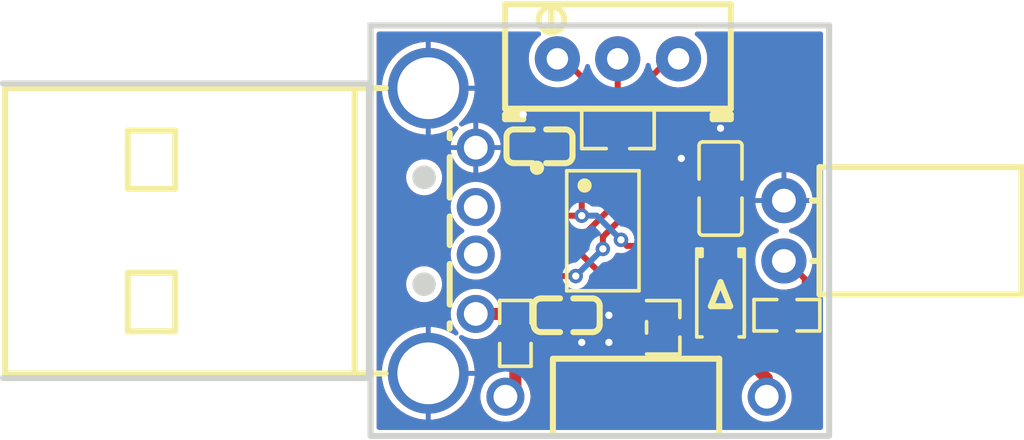
<source format=kicad_pcb>
(kicad_pcb (version 20241229) (generator "pcbnew") (generator_version "9.0")
  (layers (0 "F.Cu" signal "Top Layer") (2 "B.Cu" signal "Bottom Layer") (13 "F.Paste" user "Top Paste Mask Layer") (15 "B.Paste" user "Bottom Paste Mask Layer") (5 "F.SilkS" user "Top Silkscreen Layer") (7 "B.SilkS" user "Bottom Silkscreen Layer") (1 "F.Mask" user "Top Solder Mask Layer") (3 "B.Mask" user "Bottom Solder Mask Layer") (25 "Edge.Cuts" user "Multi-Layer"))
  (net 0 "")
  (net 1 "TRIG")
  (net 2 "GND")
  (net 3 "$1N1148")
  (net 4 "OUT")
  (net 5 "$1N996")
  (net 6 "+5V")
  (net 7 "$1N1405")
  (net 8 "$1N1862")
  (net 9 "$1N1856")
  (net 10 "$1N2753")
  (footprint "ProPrj_Neon_2025-07-07:C0805" (layer "F.Cu") (at 164.318 108.222 90)
    (property "Reference" "C2" (hide yes))
    (property "Value" "")
    (fp_line (start 1.811 -0.9035) (end 0.401 -0.9035) (stroke (width 0.1525)) (layer "F.SilkS"))
    (fp_line (start -1.811 -0.9035) (end -0.401 -0.9035) (stroke (width 0.1525)) (layer "F.SilkS"))
    (fp_line (start 1.9635 0.751) (end 1.9635 -0.751) (stroke (width 0.1525)) (layer "F.SilkS"))
    (fp_line (start -1.9635 0.751) (end -1.9635 -0.751) (stroke (width 0.1525)) (layer "F.SilkS"))
    (fp_line (start 0.401 0.9035) (end 1.811 0.9035) (stroke (width 0.1525)) (layer "F.SilkS"))
    (fp_line (start -0.401 0.9035) (end -1.811 0.9035) (stroke (width 0.1525)) (layer "F.SilkS"))
    (fp_arc (start 1.811 -0.9035) (mid 1.918834 -0.858834) (end 1.9635 -0.751) (stroke (width 0.1525)) (layer "F.SilkS"))
    (fp_arc (start -1.9635 -0.751) (mid -1.918834 -0.858834) (end -1.811 -0.9035) (stroke (width 0.1525)) (layer "F.SilkS"))
    (fp_arc (start 1.9635 0.751) (mid 1.918834 0.858834) (end 1.811 0.9035) (stroke (width 0.1525)) (layer "F.SilkS"))
    (fp_arc (start -1.811 0.9035) (mid -1.918834 0.858834) (end -1.9635 0.751) (stroke (width 0.1525)) (layer "F.SilkS"))
    (pad "1" smd rect (at -1 0 90) (size 1.41 1.35) (layers "F.Cu" "F.Mask" "F.Paste") (net 3 "$1N1148"))
    (pad "2" smd rect (at 1 0 90) (size 1.41 1.35) (layers "F.Cu" "F.Mask" "F.Paste") (net 2 "GND"))
  )
  (footprint "ProPrj_Neon_2025-07-07:R0603" (layer "F.Cu") (at 155.682 114.318 90)
    (property "Reference" "R5" (hide yes))
    (property "Value" "")
    (fp_line (start 1.385 -0.6605) (end 0.426 -0.6605) (stroke (width 0.1525)) (layer "F.SilkS"))
    (fp_line (start -1.385 -0.6605) (end -0.426 -0.6605) (stroke (width 0.1525)) (layer "F.SilkS"))
    (fp_line (start 1.385 0.6605) (end 1.385 -0.6605) (stroke (width 0.1525)) (layer "F.SilkS"))
    (fp_line (start 0.426 0.6605) (end 1.385 0.6605) (stroke (width 0.1525)) (layer "F.SilkS"))
    (fp_line (start -0.426 0.6605) (end -1.385 0.6605) (stroke (width 0.1525)) (layer "F.SilkS"))
    (fp_line (start -1.385 0.6605) (end -1.385 -0.6605) (stroke (width 0.1525)) (layer "F.SilkS"))
    (pad "1" smd rect (at -0.7535 0 90) (size 0.8065 0.864) (layers "F.Cu" "F.Mask" "F.Paste") (net 10 "$1N2753"))
    (pad "2" smd rect (at 0.7535 0 90) (size 0.8065 0.864) (layers "F.Cu" "F.Mask" "F.Paste") (net 6 "+5V"))
  )
  (footprint "ProPrj_Neon_2025-07-07:SOT-323-3_L2.0-W1.3-P1.30-LS2.3-BR" (layer "F.Cu") (at 161.905 114.064 180)
    (property "Reference" "Q1" (hide yes))
    (property "Value" "")
    (fp_line (start 0.701 1.126) (end -0.701 1.126) (stroke (width 0.1525)) (layer "F.SilkS"))
    (fp_line (start 0.701 -0.2395) (end 0.701 0.2395) (stroke (width 0.1525)) (layer "F.SilkS"))
    (fp_line (start 0.701 -1.126) (end -0.701 -1.126) (stroke (width 0.1525)) (layer "F.SilkS"))
    (fp_line (start -0.701 1.126) (end -0.701 0.4105) (stroke (width 0.1525)) (layer "F.SilkS"))
    (fp_line (start -0.701 -1.126) (end -0.701 -0.4105) (stroke (width 0.1525)) (layer "F.SilkS"))
    (pad "1" smd rect (at 0.898 0.65 180) (size 0.936 0.5) (layers "F.Cu" "F.Mask" "F.Paste") (net 4 "OUT"))
    (pad "2" smd rect (at 0.898 -0.65 180) (size 0.936 0.5) (layers "F.Cu" "F.Mask" "F.Paste") (net 2 "GND"))
    (pad "3" smd rect (at -0.898 0 180) (size 0.936 0.5) (layers "F.Cu" "F.Mask" "F.Paste") (net 5 "$1N996"))
  )
  (footprint "ProPrj_Neon_2025-07-07:RES-ADJ-TH_3P-L9.5-W4.9-P2.50-L_3296W" (layer "F.Cu") (at 160 102.761)
    (property "Reference" "R4" (hide yes))
    (property "Value" "")
    (fp_line (start -4.75 -2.3) (end 4.75 -2.3) (stroke (width 0.254)) (layer "F.SilkS"))
    (fp_line (start -4.75 2.1) (end -4.75 -2.3) (stroke (width 0.254)) (layer "F.SilkS"))
    (fp_line (start -4.75 2.34) (end -3.988 2.34) (stroke (width 0.254)) (layer "F.SilkS"))
    (fp_line (start -4.75 2.54) (end -4.75 2.34) (stroke (width 0.254)) (layer "F.SilkS"))
    (fp_line (start -3.988 2.34) (end -3.988 2.54) (stroke (width 0.254)) (layer "F.SilkS"))
    (fp_line (start -3.988 2.54) (end -4.75 2.54) (stroke (width 0.254)) (layer "F.SilkS"))
    (fp_line (start -2.804 -2.032) (end -2.804 -1.651) (stroke (width 0.254)) (layer "F.SilkS"))
    (fp_line (start -2.804 -1.651) (end -2.804 -2.032) (stroke (width 0.254)) (layer "F.SilkS"))
    (fp_line (start -2.804 -1.27) (end -2.804 -1.651) (stroke (width 0.254)) (layer "F.SilkS"))
    (fp_line (start 3.988 2.34) (end 4.75 2.34) (stroke (width 0.254)) (layer "F.SilkS"))
    (fp_line (start 3.988 2.54) (end 3.988 2.34) (stroke (width 0.254)) (layer "F.SilkS"))
    (fp_line (start 4.75 -2.3) (end 4.75 2.1) (stroke (width 0.254)) (layer "F.SilkS"))
    (fp_line (start 4.75 2.1) (end -4.75 2.1) (stroke (width 0.254)) (layer "F.SilkS"))
    (fp_line (start 4.75 2.34) (end 4.75 2.54) (stroke (width 0.254)) (layer "F.SilkS"))
    (fp_line (start 4.75 2.54) (end 3.988 2.54) (stroke (width 0.254)) (layer "F.SilkS"))
    (fp_arc (start -2.794 -2.1895) (mid -2.799 -1.111477) (end -2.804 -2.1895) (stroke (width 0.254)) (layer "F.SilkS"))
    (pad "1" thru_hole circle (at -2.55 0) (size 1.9 1.9) (drill 0.9) (layers "*.Cu" "*.Mask") (net 9 "$1N1856"))
    (pad "2" thru_hole circle (at -0.01 0) (size 1.9 1.9) (drill 0.9) (layers "*.Cu" "*.Mask") (net 1 "TRIG"))
    (pad "3" thru_hole circle (at 2.55 0) (size 1.9 1.9) (drill 0.9) (layers "*.Cu" "*.Mask") (net 8 "$1N1862"))
  )
  (footprint "ProPrj_Neon_2025-07-07:R0603" (layer "F.Cu") (at 167.112 113.556)
    (property "Reference" "R3" (hide yes))
    (property "Value" "")
    (fp_line (start -1.385 -0.6605) (end -0.426 -0.6605) (stroke (width 0.1525)) (layer "F.SilkS"))
    (fp_line (start -1.385 0.6605) (end -1.385 -0.6605) (stroke (width 0.1525)) (layer "F.SilkS"))
    (fp_line (start -0.426 0.6605) (end -1.385 0.6605) (stroke (width 0.1525)) (layer "F.SilkS"))
    (fp_line (start 0.426 0.6605) (end 1.385 0.6605) (stroke (width 0.1525)) (layer "F.SilkS"))
    (fp_line (start 1.385 -0.6605) (end 0.426 -0.6605) (stroke (width 0.1525)) (layer "F.SilkS"))
    (fp_line (start 1.385 0.6605) (end 1.385 -0.6605) (stroke (width 0.1525)) (layer "F.SilkS"))
    (pad "1" smd rect (at -0.7535 0) (size 0.8065 0.864) (layers "F.Cu" "F.Mask" "F.Paste") (net 3 "$1N1148"))
    (pad "2" smd rect (at 0.7535 0) (size 0.8065 0.864) (layers "F.Cu" "F.Mask" "F.Paste") (net 7 "$1N1405"))
  )
  (footprint "ProPrj_Neon_2025-07-07:HDR-TH_2P-P2.54-H-F-W10.0-N" (layer "F.Cu") (at 166.985 110 90)
    (property "Reference" "U3" (hide yes))
    (property "Value" "")
    (fp_line (start 1.27 1.181) (end 1.27 1.5) (stroke (width 0.254)) (layer "F.SilkS"))
    (fp_line (start 1.27 1.181) (end 1.27 1.5) (stroke (width 0.254)) (layer "F.SilkS"))
    (fp_line (start 2.68 1.5) (end 2.68 10) (stroke (width 0.254)) (layer "F.SilkS"))
    (fp_line (start -1.27 1.5) (end -1.27 1.181) (stroke (width 0.254)) (layer "F.SilkS"))
    (fp_line (start -2.68 1.5) (end 2.68 1.5) (stroke (width 0.254)) (layer "F.SilkS"))
    (fp_line (start -2.68 1.5) (end -2.68 10) (stroke (width 0.254)) (layer "F.SilkS"))
    (fp_line (start -2.68 10) (end 2.68 10) (stroke (width 0.254)) (layer "F.SilkS"))
    (pad "1" thru_hole circle (at -1.27 0 90) (size 1.9 1.9) (drill 1) (layers "*.Cu" "*.Mask") (net 7 "$1N1405"))
    (pad "2" thru_hole circle (at 1.27 0 90) (size 1.9 1.9) (drill 1) (layers "*.Cu" "*.Mask") (net 2 "GND"))
  )
  (footprint "ProPrj_Neon_2025-07-07:SOIC-8_L4.9-W3.9-P1.27-LS6.0-BL" (layer "F.Cu") (at 159.365 110 -90)
    (property "Reference" "U2" (hide yes))
    (property "Value" "")
    (fp_line (start -2.526 1.5215) (end -2.526 -1.5215) (stroke (width 0.1525)) (layer "F.SilkS"))
    (fp_line (start 2.526 1.5215) (end -2.526 1.5215) (stroke (width 0.1525)) (layer "F.SilkS"))
    (fp_line (start -2.526 -1.5215) (end 2.526 -1.5215) (stroke (width 0.1525)) (layer "F.SilkS"))
    (fp_line (start 2.526 -1.5215) (end 2.526 1.5215) (stroke (width 0.1525)) (layer "F.SilkS"))
    (fp_circle (center -2.6515 2.7725) (end -2.5015 2.7725) (stroke (width 0.3)) (fill no) (layer "F.SilkS"))
    (fp_circle (center -1.905 0.769) (end -1.755 0.769) (stroke (width 0.3)) (fill no) (layer "F.SilkS"))
    (pad "1" smd oval (at -1.905 2.7725 270) (size 0.588 2.045) (layers "F.Cu" "F.Mask" "F.Paste") (net 2 "GND"))
    (pad "2" smd oval (at -0.635 2.7725 270) (size 0.588 2.045) (layers "F.Cu" "F.Mask" "F.Paste") (net 1 "TRIG"))
    (pad "3" smd oval (at 0.635 2.7725 270) (size 0.588 2.045) (layers "F.Cu" "F.Mask" "F.Paste") (net 4 "OUT"))
    (pad "4" smd oval (at 1.905 2.7725 270) (size 0.588 2.045) (layers "F.Cu" "F.Mask" "F.Paste") (net 6 "+5V"))
    (pad "5" smd oval (at 1.905 -2.7725 270) (size 0.588 2.045) (layers "F.Cu" "F.Mask" "F.Paste"))
    (pad "6" smd oval (at 0.635 -2.7725 270) (size 0.588 2.045) (layers "F.Cu" "F.Mask" "F.Paste") (net 1 "TRIG"))
    (pad "7" smd oval (at -0.635 -2.7725 270) (size 0.588 2.045) (layers "F.Cu" "F.Mask" "F.Paste"))
    (pad "8" smd oval (at -1.905 -2.7725 270) (size 0.588 2.045) (layers "F.Cu" "F.Mask" "F.Paste") (net 6 "+5V"))
  )
  (footprint "ProPrj_Neon_2025-07-07:IND-TH_BD3.2-L7.0-P11.00-D0.5" (layer "F.Cu") (at 160.762 116.985)
    (property "Reference" "U5" (hide yes))
    (property "Value" "")
    (fp_line (start -3.5 -1.6) (end 3.5 -1.6) (stroke (width 0.254)) (layer "F.SilkS"))
    (fp_line (start -3.5 1.651) (end -3.5 -1.549) (stroke (width 0.254)) (layer "F.SilkS"))
    (fp_line (start 3.5 -1.6) (end 3.5 1.6) (stroke (width 0.254)) (layer "F.SilkS"))
    (fp_line (start 3.5 1.651) (end -3.5 1.651) (stroke (width 0.254)) (layer "F.SilkS"))
    (pad "1" thru_hole circle (at -5.5 0) (size 1.6 1.6) (drill 1) (layers "*.Cu" "*.Mask") (net 10 "$1N2753"))
    (pad "2" thru_hole circle (at 5.5 0) (size 1.6 1.6) (drill 1) (layers "*.Cu" "*.Mask") (net 5 "$1N996"))
  )
  (footprint "ProPrj_Neon_2025-07-07:USB-AM-TH_AM90" (layer "F.Cu") (at 153.015 110 -90)
    (property "Reference" "USB1" (hide yes))
    (property "Value" "")
    (fp_line (start -6.0075 18.8125) (end -6.0075 2.792) (stroke (width 0.254)) (layer "F.SilkS"))
    (fp_line (start 6.0065 18.8125) (end -6.0075 18.8125) (stroke (width 0.254)) (layer "F.SilkS"))
    (fp_line (start 6.0065 18.8125) (end 6.0065 2.7975) (stroke (width 0.254)) (layer "F.SilkS"))
    (fp_line (start -4.216 13.649) (end -4.216 11.649) (stroke (width 0.254)) (layer "F.SilkS"))
    (fp_line (start -1.769 13.649) (end -4.216 13.649) (stroke (width 0.254)) (layer "F.SilkS"))
    (fp_line (start -1.769 13.649) (end -1.769 11.649) (stroke (width 0.254)) (layer "F.SilkS"))
    (fp_line (start 1.7675 13.649) (end 4.23 13.649) (stroke (width 0.254)) (layer "F.SilkS"))
    (fp_line (start 1.7675 13.649) (end 1.7675 11.649) (stroke (width 0.254)) (layer "F.SilkS"))
    (fp_line (start 4.23 13.649) (end 4.23 11.649) (stroke (width 0.254)) (layer "F.SilkS"))
    (fp_line (start -4.216 11.649) (end -1.769 11.649) (stroke (width 0.254)) (layer "F.SilkS"))
    (fp_line (start 4.23 11.649) (end 1.7675 11.649) (stroke (width 0.254)) (layer "F.SilkS"))
    (fp_line (start -6.0075 4.0975) (end 6.0065 4.0975) (stroke (width 0.254)) (layer "F.SilkS"))
    (fp_line (start -4.117 0.098) (end -3.8985 0.098) (stroke (width 0.254)) (layer "F.SilkS"))
    (fp_line (start -3.1015 0.098) (end -1.3985 0.098) (stroke (width 0.254)) (layer "F.SilkS"))
    (fp_line (start -0.6015 0.098) (end 0.6015 0.098) (stroke (width 0.254)) (layer "F.SilkS"))
    (fp_line (start 1.3985 0.098) (end 3.102 0.098) (stroke (width 0.254)) (layer "F.SilkS"))
    (fp_line (start 3.8975 0.098) (end 4.1165 0.098) (stroke (width 0.254)) (layer "F.SilkS"))
    (fp_line (start 6.2 18.9) (end 6.2 3.5) (stroke (width 0.254)) (layer "Edge.Cuts"))
    (fp_line (start -6.2 3.5) (end -6.2 18.9) (stroke (width 0.254)) (layer "Edge.Cuts"))
    (fp_line (start 6.2 3.5) (end -6.2 3.5) (stroke (width 0.254)) (layer "Edge.Cuts"))
    (fp_poly (pts (xy -1.754278 1.109737) (xy -1.78806 0.983658) (xy -1.853323 0.870619) (xy -1.945619 0.778323) (xy -2.058658 0.71306) (xy -2.184737 0.679278) (xy -2.315263 0.679278) (xy -2.441342 0.71306) (xy -2.554381 0.778323) (xy -2.646677 0.870619) (xy -2.71194 0.983658) (xy -2.745722 1.109737) (xy -2.745722 1.240263) (xy -2.71194 1.366342) (xy -2.646677 1.479381) (xy -2.554381 1.571677) (xy -2.441342 1.63694) (xy -2.315263 1.670722) (xy -2.184737 1.670722) (xy -2.058658 1.63694) (xy -1.945619 1.571677) (xy -1.853323 1.479381) (xy -1.78806 1.366342) (xy -1.754278 1.240263)) (fill yes) (layer "Edge.Cuts"))
    (fp_poly (pts (xy 2.745722 1.109737) (xy 2.71194 0.983658) (xy 2.646677 0.870619) (xy 2.554381 0.778323) (xy 2.441342 0.71306) (xy 2.315263 0.679278) (xy 2.184737 0.679278) (xy 2.058658 0.71306) (xy 1.945619 0.778323) (xy 1.853323 0.870619) (xy 1.78806 0.983658) (xy 1.754278 1.109737) (xy 1.754278 1.240263) (xy 1.78806 1.366342) (xy 1.853323 1.479381) (xy 1.945619 1.571677) (xy 2.058658 1.63694) (xy 2.184737 1.670722) (xy 2.315263 1.670722) (xy 2.441342 1.63694) (xy 2.554381 1.571677) (xy 2.646677 1.479381) (xy 2.71194 1.366342) (xy 2.745722 1.240263)) (fill yes) (layer "Edge.Cuts"))
    (pad "1" thru_hole circle (at 3.5 -1 180) (size 1.6 1.6) (drill 1) (layers "*.Cu" "*.Mask") (net 6 "+5V"))
    (pad "2" thru_hole circle (at 1 -1 180) (size 1.6 1.6) (drill 1) (layers "*.Cu" "*.Mask"))
    (pad "3" thru_hole circle (at -1 -1 180) (size 1.6 1.6) (drill 1) (layers "*.Cu" "*.Mask"))
    (pad "4" thru_hole circle (at -3.5 -1 180) (size 1.6 1.6) (drill 1) (layers "*.Cu" "*.Mask") (net 2 "GND"))
    (pad "MH1" thru_hole circle (at 6 1 180) (size 3.4 3.4) (drill 2.6) (layers "*.Cu" "*.Mask") (net 2 "GND"))
    (pad "MH2" thru_hole circle (at -6 1 180) (size 3.4 3.4) (drill 2.6) (layers "*.Cu" "*.Mask") (net 2 "GND"))
  )
  (footprint "ProPrj_Neon_2025-07-07:SOT-23-3_L3.0-W1.7-P0.95-LS2.9-BR" (layer "F.Cu") (at 160 105.682 90)
    (property "Reference" "U4" (hide yes))
    (property "Value" "")
    (fp_line (start 0.8585 -1.526) (end -0.8585 -1.526) (stroke (width 0.1525)) (layer "F.SilkS"))
    (fp_line (start -0.8585 -1.526) (end -0.8585 -0.4945) (stroke (width 0.1525)) (layer "F.SilkS"))
    (fp_line (start 0.8585 -0.4555) (end 0.8585 0.4555) (stroke (width 0.1525)) (layer "F.SilkS"))
    (fp_line (start 0.8585 1.526) (end -0.8585 1.526) (stroke (width 0.1525)) (layer "F.SilkS"))
    (fp_line (start -0.8585 1.526) (end -0.8585 0.4945) (stroke (width 0.1525)) (layer "F.SilkS"))
    (pad "1" smd rect (at 1.1015 0.95 90) (size 1.0375 0.532) (layers "F.Cu" "F.Mask" "F.Paste") (net 8 "$1N1862"))
    (pad "2" smd rect (at 1.1015 -0.95 90) (size 1.0375 0.532) (layers "F.Cu" "F.Mask" "F.Paste") (net 9 "$1N1856"))
    (pad "3" smd rect (at -1.1015 0 90) (size 1.0375 0.532) (layers "F.Cu" "F.Mask" "F.Paste") (net 4 "OUT"))
  )
  (footprint "ProPrj_Neon_2025-07-07:C0603" (layer "F.Cu") (at 157.841 113.556)
    (property "Reference" "C3" (hide yes))
    (property "Value" "")
    (fp_line (start -1.39 0.3995) (end -1.39 -0.4005) (stroke (width 0.254)) (layer "F.SilkS"))
    (fp_line (start -0.28 -0.71) (end -1.08 -0.71) (stroke (width 0.254)) (layer "F.SilkS"))
    (fp_line (start -0.28 0.7095) (end -1.08 0.7095) (stroke (width 0.254)) (layer "F.SilkS"))
    (fp_line (start 0.2805 -0.7095) (end 1.08 -0.7095) (stroke (width 0.254)) (layer "F.SilkS"))
    (fp_line (start 0.2805 0.71) (end 1.08 0.71) (stroke (width 0.254)) (layer "F.SilkS"))
    (fp_line (start 1.39 -0.4) (end 1.39 0.4005) (stroke (width 0.254)) (layer "F.SilkS"))
    (fp_arc (start -1.39 -0.4) (mid -1.29938 -0.619527) (end -1.08 -0.71) (stroke (width 0.254)) (layer "F.SilkS"))
    (fp_arc (start -1.08 0.7095) (mid -1.299203 0.618703) (end -1.39 0.3995) (stroke (width 0.254)) (layer "F.SilkS"))
    (fp_arc (start 1.08 -0.7095) (mid 1.29885 -0.61885) (end 1.39 -0.4) (stroke (width 0.254)) (layer "F.SilkS"))
    (fp_arc (start 1.39 0.4) (mid 1.299203 0.619203) (end 1.08 0.71) (stroke (width 0.254)) (layer "F.SilkS"))
    (pad "1" smd rect (at -0.7 0) (size 0.8 0.9) (layers "F.Cu" "F.Mask" "F.Paste") (net 6 "+5V"))
    (pad "2" smd rect (at 0.7 0) (size 0.8 0.9) (layers "F.Cu" "F.Mask" "F.Paste") (net 2 "GND"))
  )
  (footprint "ProPrj_Neon_2025-07-07:C0603" (layer "F.Cu") (at 156.698 106.444)
    (property "Reference" "C1" (hide yes))
    (property "Value" "")
    (fp_line (start -1.39 0.3995) (end -1.39 -0.4005) (stroke (width 0.254)) (layer "F.SilkS"))
    (fp_line (start -0.28 -0.71) (end -1.08 -0.71) (stroke (width 0.254)) (layer "F.SilkS"))
    (fp_line (start -0.28 0.7095) (end -1.08 0.7095) (stroke (width 0.254)) (layer "F.SilkS"))
    (fp_line (start 0.2805 -0.7095) (end 1.08 -0.7095) (stroke (width 0.254)) (layer "F.SilkS"))
    (fp_line (start 0.2805 0.71) (end 1.08 0.71) (stroke (width 0.254)) (layer "F.SilkS"))
    (fp_line (start 1.39 -0.4) (end 1.39 0.4005) (stroke (width 0.254)) (layer "F.SilkS"))
    (fp_arc (start -1.39 -0.4) (mid -1.29938 -0.619527) (end -1.08 -0.71) (stroke (width 0.254)) (layer "F.SilkS"))
    (fp_arc (start -1.08 0.7095) (mid -1.299203 0.618703) (end -1.39 0.3995) (stroke (width 0.254)) (layer "F.SilkS"))
    (fp_arc (start 1.08 -0.7095) (mid 1.29885 -0.61885) (end 1.39 -0.4) (stroke (width 0.254)) (layer "F.SilkS"))
    (fp_arc (start 1.39 0.4) (mid 1.299203 0.619203) (end 1.08 0.71) (stroke (width 0.254)) (layer "F.SilkS"))
    (pad "1" smd rect (at -0.7 0) (size 0.8 0.9) (layers "F.Cu" "F.Mask" "F.Paste") (net 2 "GND"))
    (pad "2" smd rect (at 0.7 0) (size 0.8 0.9) (layers "F.Cu" "F.Mask" "F.Paste") (net 1 "TRIG"))
  )
  (footprint "ProPrj_Neon_2025-07-07:SOD-123FL_L2.8-W1.8-LS3.7-RD" (layer "F.Cu") (at 164.318 112.667 -90)
    (property "Reference" "D2" (hide yes))
    (property "Value" "")
    (fp_line (start -1.9 1) (end 1.6 1) (stroke (width 0.152)) (layer "F.SilkS"))
    (fp_line (start -1.7915 1) (end -1.7915 0.78) (stroke (width 0.152)) (layer "F.SilkS"))
    (fp_line (start 1.6 1) (end 1.8 1) (stroke (width 0.152)) (layer "F.SilkS"))
    (fp_line (start 1.8 1) (end 1.8 0.78) (stroke (width 0.152)) (layer "F.SilkS"))
    (fp_line (start -1.9 0.78) (end -1.9 1) (stroke (width 0.152)) (layer "F.SilkS"))
    (fp_line (start -1.691 0.78) (end -1.691 1) (stroke (width 0.152)) (layer "F.SilkS"))
    (fp_line (start -1.591 0.78) (end -1.591 1) (stroke (width 0.152)) (layer "F.SilkS"))
    (fp_line (start -1.591 0.78) (end -1.9 0.78) (stroke (width 0.152)) (layer "F.SilkS"))
    (fp_line (start 0.508 0.4065) (end -0.508 0) (stroke (width 0.254)) (layer "F.SilkS"))
    (fp_line (start -0.508 0) (end 0.508 -0.4065) (stroke (width 0.254)) (layer "F.SilkS"))
    (fp_line (start 0.508 -0.4065) (end 0.508 0.4065) (stroke (width 0.254)) (layer "F.SilkS"))
    (fp_line (start -1.7915 -0.78) (end -1.7915 -1) (stroke (width 0.152)) (layer "F.SilkS"))
    (fp_line (start -1.591 -0.78) (end -1.9 -0.78) (stroke (width 0.152)) (layer "F.SilkS"))
    (fp_line (start 1.8 -0.78) (end 1.8 -1) (stroke (width 0.152)) (layer "F.SilkS"))
    (fp_line (start -1.9 -1) (end -1.9 -0.78) (stroke (width 0.152)) (layer "F.SilkS"))
    (fp_line (start -1.691 -1) (end -1.691 -0.78) (stroke (width 0.152)) (layer "F.SilkS"))
    (fp_line (start -1.591 -1) (end -1.591 -0.78) (stroke (width 0.152)) (layer "F.SilkS"))
    (fp_line (start 1.4 -1) (end -1.9 -1) (stroke (width 0.152)) (layer "F.SilkS"))
    (fp_line (start 1.8 -1) (end 1.2 -1) (stroke (width 0.152)) (layer "F.SilkS"))
    (pad "1" smd rect (at -1.6 0 270) (size 1.2 1.2) (layers "F.Cu" "F.Mask" "F.Paste") (net 3 "$1N1148"))
    (pad "2" smd rect (at 1.6 0 270) (size 1.2 1.2) (layers "F.Cu" "F.Mask" "F.Paste") (net 5 "$1N996"))
  )
  (gr_rect (start 149.586 101.3565) (end 168.89 118.636) (stroke (width 0.254)) (fill no) (layer "Edge.Cuts"))
  (segment (start 158.491 106.444) (end 157.398 106.444) (width 0.254) (layer "F.Cu") (net 1))
  (segment (start 158.476 109.365) (end 156.5925 109.365) (width 0.254) (layer "F.Cu") (net 1))
  (segment (start 159.99 105.184) (end 158.73 106.444) (width 0.254) (layer "F.Cu") (net 1))
  (segment (start 158.73 106.444) (end 158.491 106.444) (width 0.254) (layer "F.Cu") (net 1))
  (segment (start 158.476 109.365) (end 158.476 106.459) (width 0.254) (layer "F.Cu") (net 1))
  (segment (start 162.1375 110.635) (end 160.381 110.635) (width 0.254) (layer "F.Cu") (net 1))
  (segment (start 160.381 110.635) (end 160.127 110.381) (width 0.254) (layer "F.Cu") (net 1))
  (segment (start 158.476 106.459) (end 158.491 106.444) (width 0.254) (layer "F.Cu") (net 1))
  (segment (start 159.99 103.142) (end 159.99 105.184) (width 0.254) (layer "F.Cu") (net 1))
  (via (at 160.127 110.381) (size 0.61) (drill 0.305) (layers "F.Cu" "B.Cu") (net 1))
  (via (at 158.476 109.365) (size 0.61) (drill 0.305) (layers "F.Cu" "B.Cu") (net 1))
  (segment (start 160.127 110.381) (end 159.111 109.365) (width 0.254) (layer "B.Cu") (net 1))
  (segment (start 159.111 109.365) (end 158.476 109.365) (width 0.254) (layer "B.Cu") (net 1))
  (via (at 164.318 105.682) (size 0.61) (drill 0.305) (layers "F.Cu" "B.Cu") (net 2))
  (via (at 156.012 105.101) (size 0.61) (drill 0.305) (layers "F.Cu" "B.Cu") (net 2))
  (via (at 158.476 114.699) (size 0.61) (drill 0.305) (layers "F.Cu" "B.Cu") (net 2))
  (via (at 162.667 106.952) (size 0.61) (drill 0.305) (layers "F.Cu" "B.Cu") (net 2))
  (via (at 159.619 114.699) (size 0.61) (drill 0.305) (layers "F.Cu" "B.Cu") (net 2))
  (via (at 159.619 113.556) (size 0.61) (drill 0.305) (layers "F.Cu" "B.Cu") (net 2))
  (segment (start 166.3585 113.556) (end 164.318 111.5155) (width 0.254) (layer "F.Cu") (net 3))
  (segment (start 164.318 111.5155) (end 164.318 109.222) (width 0.254) (layer "F.Cu") (net 3))
  (segment (start 160 106.7835) (end 160 108.736) (width 0.254) (layer "F.Cu") (net 4))
  (segment (start 158.101 110.635) (end 160.753 113.287) (width 0.254) (layer "F.Cu") (net 4))
  (segment (start 156.5925 110.635) (end 158.101 110.635) (width 0.254) (layer "F.Cu") (net 4))
  (segment (start 160 108.736) (end 158.101 110.635) (width 0.254) (layer "F.Cu") (net 4))
  (segment (start 166.262 116.211) (end 164.318 114.267) (width 0.508) (layer "F.Cu") (net 5))
  (segment (start 166.262 116.985) (end 166.262 116.211) (width 0.508) (layer "F.Cu") (net 5))
  (segment (start 164.115 114.064) (end 162.803 114.064) (width 0.508) (layer "F.Cu") (net 5))
  (segment (start 164.318 114.267) (end 164.115 114.064) (width 0.508) (layer "F.Cu") (net 5))
  (segment (start 156.98 111.905) (end 158.222 111.905) (width 0.254) (layer "F.Cu") (net 6))
  (segment (start 161.524 108.095) (end 159.365 110.254) (width 0.254) (layer "F.Cu") (net 6))
  (segment (start 159.365 110.254) (end 159.365 110.762) (width 0.254) (layer "F.Cu") (net 6))
  (segment (start 155.682 113.5645) (end 155.6905 113.556) (width 0.508) (layer "F.Cu") (net 6))
  (segment (start 162.1375 108.095) (end 161.524 108.095) (width 0.254) (layer "F.Cu") (net 6))
  (segment (start 155.617 113.5) (end 155.682 113.5645) (width 0.508) (layer "F.Cu") (net 6))
  (segment (start 157.014 113.556) (end 157.079 113.491) (width 0.254) (layer "F.Cu") (net 6))
  (segment (start 157.079 113.491) (end 157.079 112.004) (width 0.254) (layer "F.Cu") (net 6))
  (segment (start 156.5925 111.905) (end 156.98 111.905) (width 0.254) (layer "F.Cu") (net 6))
  (segment (start 157.079 112.004) (end 156.98 111.905) (width 0.254) (layer "F.Cu") (net 6))
  (segment (start 154.015 113.5) (end 155.617 113.5) (width 0.508) (layer "F.Cu") (net 6))
  (segment (start 155.6905 113.556) (end 157.014 113.556) (width 0.508) (layer "F.Cu") (net 6))
  (via (at 158.222 111.905) (size 0.61) (drill 0.305) (layers "F.Cu" "B.Cu") (net 6))
  (via (at 159.365 110.762) (size 0.61) (drill 0.305) (layers "F.Cu" "B.Cu") (net 6))
  (segment (start 159.365 110.762) (end 158.222 111.905) (width 0.254) (layer "B.Cu") (net 6))
  (segment (start 167.8655 113.556) (end 167.8655 112.0235) (width 0.254) (layer "F.Cu") (net 7))
  (segment (start 167.8655 112.0235) (end 166.985 111.143) (width 0.254) (layer "F.Cu") (net 7))
  (segment (start 160.95 104.5805) (end 160.95 103.97) (width 0.254) (layer "F.Cu") (net 8))
  (segment (start 161.778 103.142) (end 162.55 103.142) (width 0.254) (layer "F.Cu") (net 8))
  (segment (start 160.95 103.97) (end 161.778 103.142) (width 0.254) (layer "F.Cu") (net 8))
  (segment (start 158.095 103.142) (end 157.45 103.142) (width 0.254) (layer "F.Cu") (net 9))
  (segment (start 159.05 104.097) (end 158.095 103.142) (width 0.254) (layer "F.Cu") (net 9))
  (segment (start 159.05 104.5805) (end 159.05 104.097) (width 0.254) (layer "F.Cu") (net 9))
  (segment (start 155.682 115.3255) (end 155.682 116.565) (width 0.508) (layer "F.Cu") (net 10))
  (segment (start 155.682 116.565) (end 155.262 116.985) (width 0.508) (layer "F.Cu") (net 10))
  (zone (net 2) (net_name "GND") (layer "F.Cu") (priority 500) (connect_pads (clearance 0.1015)) (min_thickness 0.127) (fill yes (thermal_gap 0.5) (thermal_bridge_width 0.5))
    (polygon (pts (xy 149.586 101.3565) (xy 168.89 101.3565) (xy 168.89 118.636) (xy 149.586 118.636)))
  )
  (zone (net 2) (net_name "GND") (layer "B.Cu") (priority 500) (connect_pads (clearance 0.1015)) (min_thickness 0.127) (fill yes (thermal_gap 0.5) (thermal_bridge_width 0.5))
    (polygon (pts (xy 149.586 101.3565) (xy 168.89 101.3565) (xy 168.89 118.636) (xy 149.586 118.636)))
  )
)
</source>
